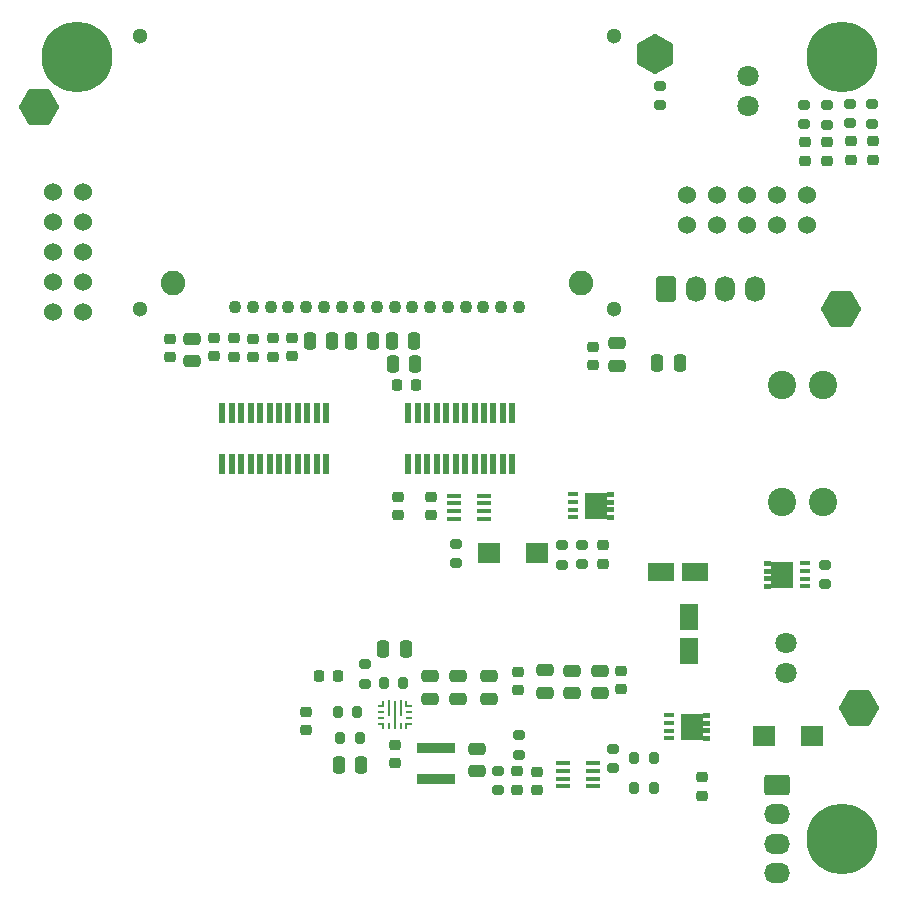
<source format=gbr>
%TF.GenerationSoftware,KiCad,Pcbnew,9.0.4*%
%TF.CreationDate,2025-10-13T22:12:45-05:00*%
%TF.ProjectId,PS-ChargerInterfacePCB,50532d43-6861-4726-9765-72496e746572,rev?*%
%TF.SameCoordinates,Original*%
%TF.FileFunction,Soldermask,Top*%
%TF.FilePolarity,Negative*%
%FSLAX46Y46*%
G04 Gerber Fmt 4.6, Leading zero omitted, Abs format (unit mm)*
G04 Created by KiCad (PCBNEW 9.0.4) date 2025-10-13 22:12:45*
%MOMM*%
%LPD*%
G01*
G04 APERTURE LIST*
G04 Aperture macros list*
%AMRoundRect*
0 Rectangle with rounded corners*
0 $1 Rounding radius*
0 $2 $3 $4 $5 $6 $7 $8 $9 X,Y pos of 4 corners*
0 Add a 4 corners polygon primitive as box body*
4,1,4,$2,$3,$4,$5,$6,$7,$8,$9,$2,$3,0*
0 Add four circle primitives for the rounded corners*
1,1,$1+$1,$2,$3*
1,1,$1+$1,$4,$5*
1,1,$1+$1,$6,$7*
1,1,$1+$1,$8,$9*
0 Add four rect primitives between the rounded corners*
20,1,$1+$1,$2,$3,$4,$5,0*
20,1,$1+$1,$4,$5,$6,$7,0*
20,1,$1+$1,$6,$7,$8,$9,0*
20,1,$1+$1,$8,$9,$2,$3,0*%
%AMFreePoly0*
4,1,21,1.545000,0.775000,0.925000,0.775000,0.925000,0.525000,1.545000,0.525000,1.545000,0.125000,0.925000,0.125000,0.925000,-0.125000,1.545000,-0.125000,1.545000,-0.525000,0.925000,-0.525000,0.925000,-0.775000,1.545000,-0.775000,1.545000,-1.175000,0.925000,-1.175000,0.925000,-1.125000,-0.925000,-1.125000,-0.925000,1.125000,0.925000,1.125000,0.925000,1.175000,1.545000,1.175000,
1.545000,0.775000,1.545000,0.775000,$1*%
%AMFreePoly1*
4,1,7,1.500000,0.866025,1.500000,-0.866025,0.000000,-1.732051,-1.500000,-0.866025,-1.500000,0.866025,0.000000,1.732051,1.500000,0.866025,1.500000,0.866025,$1*%
G04 Aperture macros list end*
%ADD10R,2.184400X1.625600*%
%ADD11R,1.625600X2.184400*%
%ADD12R,0.550000X1.800000*%
%ADD13C,1.800000*%
%ADD14RoundRect,0.200000X-0.275000X0.200000X-0.275000X-0.200000X0.275000X-0.200000X0.275000X0.200000X0*%
%ADD15RoundRect,0.225000X-0.250000X0.225000X-0.250000X-0.225000X0.250000X-0.225000X0.250000X0.225000X0*%
%ADD16RoundRect,0.200000X0.200000X0.275000X-0.200000X0.275000X-0.200000X-0.275000X0.200000X-0.275000X0*%
%ADD17RoundRect,0.250000X0.250000X0.475000X-0.250000X0.475000X-0.250000X-0.475000X0.250000X-0.475000X0*%
%ADD18RoundRect,0.250000X-0.850000X-0.600000X0.850000X-0.600000X0.850000X0.600000X-0.850000X0.600000X0*%
%ADD19O,2.200000X1.700000*%
%ADD20C,3.400000*%
%ADD21C,6.000000*%
%ADD22RoundRect,0.225000X0.250000X-0.225000X0.250000X0.225000X-0.250000X0.225000X-0.250000X-0.225000X0*%
%ADD23C,1.524000*%
%ADD24RoundRect,0.218750X-0.256250X0.218750X-0.256250X-0.218750X0.256250X-0.218750X0.256250X0.218750X0*%
%ADD25RoundRect,0.100000X-0.315000X-0.100000X0.315000X-0.100000X0.315000X0.100000X-0.315000X0.100000X0*%
%ADD26FreePoly0,0.000000*%
%ADD27RoundRect,0.250000X0.475000X-0.250000X0.475000X0.250000X-0.475000X0.250000X-0.475000X-0.250000X0*%
%ADD28FreePoly1,270.000000*%
%ADD29RoundRect,0.225000X0.225000X0.250000X-0.225000X0.250000X-0.225000X-0.250000X0.225000X-0.250000X0*%
%ADD30FreePoly1,90.000000*%
%ADD31RoundRect,0.250000X-0.475000X0.250000X-0.475000X-0.250000X0.475000X-0.250000X0.475000X0.250000X0*%
%ADD32R,1.200000X0.450000*%
%ADD33C,2.400000*%
%ADD34RoundRect,0.200000X0.275000X-0.200000X0.275000X0.200000X-0.275000X0.200000X-0.275000X-0.200000X0*%
%ADD35C,1.100000*%
%ADD36C,2.085000*%
%ADD37C,1.300000*%
%ADD38RoundRect,0.100000X0.315000X0.100000X-0.315000X0.100000X-0.315000X-0.100000X0.315000X-0.100000X0*%
%ADD39FreePoly0,180.000000*%
%ADD40R,0.567408X0.203010*%
%ADD41R,0.203200X0.556120*%
%ADD42R,0.533400X0.254000*%
%ADD43R,0.570166X0.203210*%
%ADD44R,0.203200X0.556130*%
%ADD45R,0.254000X1.346200*%
%ADD46R,0.254000X2.409444*%
%ADD47R,0.203200X0.556132*%
%ADD48R,0.570166X0.203226*%
%ADD49R,0.570166X0.203224*%
%ADD50R,0.254000X0.533400*%
%ADD51R,1.970000X1.670000*%
%ADD52RoundRect,0.225000X-0.225000X-0.250000X0.225000X-0.250000X0.225000X0.250000X-0.225000X0.250000X0*%
%ADD53FreePoly1,180.000000*%
%ADD54RoundRect,0.250000X-0.250000X-0.475000X0.250000X-0.475000X0.250000X0.475000X-0.250000X0.475000X0*%
%ADD55R,3.251200X0.863600*%
%ADD56RoundRect,0.250000X0.600000X-0.850000X0.600000X0.850000X-0.600000X0.850000X-0.600000X-0.850000X0*%
%ADD57O,1.700000X2.200000*%
G04 APERTURE END LIST*
D10*
%TO.C,D1*%
X119900000Y-89000000D03*
X117029800Y-89000000D03*
%TD*%
D11*
%TO.C,D2*%
X119400000Y-95649300D03*
X119400000Y-92779100D03*
%TD*%
D12*
%TO.C,U1*%
X95663911Y-79850002D03*
X95663910Y-75550061D03*
X96463910Y-79850061D03*
X96463910Y-75550000D03*
X97263910Y-79850061D03*
X97263911Y-75550000D03*
X98063910Y-79850061D03*
X98063909Y-75550000D03*
X98863910Y-79850061D03*
X98863910Y-75550000D03*
X99663910Y-79850061D03*
X99663908Y-75550000D03*
X100463910Y-79850061D03*
X100463909Y-75550000D03*
X101263910Y-79850061D03*
X101263910Y-75550000D03*
X102063909Y-79850002D03*
X102063909Y-75550000D03*
X102863909Y-79850002D03*
X102863909Y-75550000D03*
X103663908Y-79850002D03*
X103663908Y-75550000D03*
X104463909Y-79850002D03*
X104463909Y-75550000D03*
X79909933Y-79800002D03*
X79909933Y-75500000D03*
X80709932Y-79800002D03*
X80709932Y-75500000D03*
X81509933Y-79800002D03*
X81509933Y-75500000D03*
X82309931Y-79800002D03*
X82309931Y-75500000D03*
X83109932Y-79800002D03*
X83109932Y-75500000D03*
X83909930Y-79800002D03*
X83909930Y-75500000D03*
X84709931Y-79800002D03*
X84709931Y-75500000D03*
X85509932Y-79800002D03*
X85509932Y-75500000D03*
X86309931Y-79800002D03*
X86309931Y-75500000D03*
X87109931Y-79800002D03*
X87109931Y-75500000D03*
X87909930Y-79800002D03*
X87909930Y-75500000D03*
X88709931Y-79800002D03*
X88709931Y-75500000D03*
%TD*%
D13*
%TO.C,J5*%
X124400000Y-47000000D03*
X124400000Y-49500000D03*
%TD*%
D14*
%TO.C,R15*%
X134950000Y-49362500D03*
X134950000Y-51012500D03*
%TD*%
D15*
%TO.C,C15*%
X120500000Y-106375000D03*
X120500000Y-107925000D03*
%TD*%
D16*
%TO.C,R9*%
X91325000Y-100800000D03*
X89675000Y-100800000D03*
%TD*%
D17*
%TO.C,C26*%
X96250000Y-71400000D03*
X94350000Y-71400000D03*
%TD*%
D18*
%TO.C,J1*%
X126900000Y-107000000D03*
D19*
X126900000Y-109500000D03*
X126900000Y-112000000D03*
X126900000Y-114500000D03*
%TD*%
D20*
%TO.C,H1*%
X67600000Y-45400000D03*
D21*
X67600000Y-45400000D03*
%TD*%
D22*
%TO.C,C4*%
X87000000Y-102375000D03*
X87000000Y-100825000D03*
%TD*%
%TO.C,C23*%
X113690770Y-98875000D03*
X113690770Y-97325000D03*
%TD*%
D23*
%TO.C,J2*%
X119260000Y-57060000D03*
X119260000Y-59600000D03*
X121800000Y-57060000D03*
X121800000Y-59600000D03*
X124340000Y-57060000D03*
X124340000Y-59600000D03*
X126880000Y-57060000D03*
X126880000Y-59600000D03*
X129420000Y-57060000D03*
X129420000Y-59600000D03*
%TD*%
D24*
%TO.C,D6*%
X129200000Y-52612500D03*
X129200000Y-54187500D03*
%TD*%
D25*
%TO.C,Q1*%
X117760000Y-101125000D03*
X117760000Y-101775000D03*
X117760000Y-102425000D03*
X117760000Y-103075000D03*
D26*
X119700000Y-102100000D03*
%TD*%
D27*
%TO.C,C12*%
X109550000Y-99250000D03*
X109550000Y-97350000D03*
%TD*%
D13*
%TO.C,J6*%
X127655000Y-95000000D03*
X127655000Y-97500000D03*
%TD*%
D20*
%TO.C,H2*%
X132400000Y-45400000D03*
D21*
X132400000Y-45400000D03*
%TD*%
D28*
%TO.C,TP_12V1*%
X133807222Y-100491359D03*
%TD*%
D29*
%TO.C,C27*%
X96283760Y-73134051D03*
X94733760Y-73134051D03*
%TD*%
D17*
%TO.C,C28*%
X89225000Y-69415000D03*
X87325000Y-69415000D03*
%TD*%
D28*
%TO.C,TP_GND1*%
X64400000Y-49600000D03*
%TD*%
D30*
%TO.C,TP_24V1*%
X132300000Y-66700000D03*
%TD*%
D16*
%TO.C,R12*%
X116430685Y-107284095D03*
X114780685Y-107284095D03*
%TD*%
D22*
%TO.C,C20*%
X111300000Y-71475000D03*
X111300000Y-69925000D03*
%TD*%
D31*
%TO.C,C8*%
X99900000Y-97800000D03*
X99900000Y-99700000D03*
%TD*%
D32*
%TO.C,IC3*%
X99550000Y-82525000D03*
X99550000Y-83175000D03*
X99550000Y-83825000D03*
X99550000Y-84475000D03*
X102050000Y-84475000D03*
X102050000Y-83825000D03*
X102050000Y-83175000D03*
X102050000Y-82525000D03*
%TD*%
D33*
%TO.C,U2*%
X130730100Y-83064670D03*
X127330100Y-83064670D03*
X130730100Y-73144670D03*
X127330100Y-73144670D03*
%TD*%
D34*
%TO.C,R11*%
X92000000Y-98425000D03*
X92000000Y-96775000D03*
%TD*%
D17*
%TO.C,C6*%
X95450000Y-95500000D03*
X93550000Y-95500000D03*
%TD*%
D22*
%TO.C,C16*%
X94800000Y-84175000D03*
X94800000Y-82625000D03*
%TD*%
%TO.C,C35*%
X79200000Y-70725000D03*
X79200000Y-69175000D03*
%TD*%
D23*
%TO.C,J4*%
X68140000Y-56840000D03*
X65600000Y-56840000D03*
X68140000Y-59380000D03*
X65600000Y-59380000D03*
X68140000Y-61920000D03*
X65600000Y-61920000D03*
X68140000Y-64460000D03*
X65600000Y-64460000D03*
X68140000Y-67000000D03*
X65600000Y-67000000D03*
%TD*%
D31*
%TO.C,C9*%
X97500000Y-97800000D03*
X97500000Y-99700000D03*
%TD*%
D35*
%TO.C,DS1*%
X81000000Y-66550000D03*
X82500000Y-66550000D03*
X84000000Y-66550000D03*
X85500000Y-66550000D03*
X87000000Y-66550000D03*
X88500000Y-66550000D03*
X90000000Y-66550000D03*
X91500000Y-66550000D03*
X93000000Y-66550000D03*
X94500000Y-66550000D03*
X96000000Y-66550000D03*
X97500000Y-66550000D03*
X99000000Y-66550000D03*
X100500000Y-66550000D03*
X102000000Y-66550000D03*
X103500000Y-66550000D03*
X105000000Y-66550000D03*
D36*
X75700000Y-64510000D03*
X110300000Y-64510000D03*
D37*
X72900000Y-66700000D03*
X113100000Y-66700000D03*
X113100000Y-43600000D03*
X72900000Y-43600000D03*
%TD*%
D31*
%TO.C,C24*%
X77330697Y-69245243D03*
X77330697Y-71145243D03*
%TD*%
D38*
%TO.C,Q3*%
X129263968Y-90187007D03*
X129263968Y-89537007D03*
X129263968Y-88887007D03*
X129263968Y-88237007D03*
D39*
X127323968Y-89212007D03*
%TD*%
D27*
%TO.C,C13*%
X107200000Y-99200000D03*
X107200000Y-97300000D03*
%TD*%
D15*
%TO.C,C11*%
X106541625Y-105884095D03*
X106541625Y-107434095D03*
%TD*%
D14*
%TO.C,R17*%
X131080000Y-49455000D03*
X131080000Y-51105000D03*
%TD*%
D22*
%TO.C,C31*%
X85775000Y-70715000D03*
X85775000Y-69165000D03*
%TD*%
D40*
%TO.C,IC1*%
X95682104Y-101823445D03*
D41*
X95500000Y-102000000D03*
D42*
X95690500Y-101323414D03*
X95690500Y-100823288D03*
D43*
X95683483Y-100309505D03*
D44*
X95500000Y-100133045D03*
D45*
X95003176Y-100528089D03*
D46*
X94503050Y-101073351D03*
D45*
X94002924Y-100528089D03*
D47*
X93517530Y-100133044D03*
D48*
X93334047Y-100309497D03*
D42*
X93315600Y-100823288D03*
X93315600Y-101323414D03*
D47*
X93502798Y-101999993D03*
D49*
X93319315Y-101823469D03*
D50*
X94002924Y-102011373D03*
X95003176Y-102011373D03*
%TD*%
D27*
%TO.C,C22*%
X111890770Y-99250000D03*
X111890770Y-97350000D03*
%TD*%
D24*
%TO.C,D3*%
X135000000Y-52525000D03*
X135000000Y-54100000D03*
%TD*%
D14*
%TO.C,R2*%
X99700000Y-86575000D03*
X99700000Y-88225000D03*
%TD*%
D51*
%TO.C,Z1*%
X106538403Y-87396426D03*
X102488403Y-87396426D03*
%TD*%
D31*
%TO.C,C1*%
X101499225Y-103970059D03*
X101499225Y-105870059D03*
%TD*%
D20*
%TO.C,H3*%
X132400000Y-111600000D03*
D21*
X132400000Y-111600000D03*
%TD*%
D17*
%TO.C,C30*%
X96164965Y-69405137D03*
X94264965Y-69405137D03*
%TD*%
D24*
%TO.C,D5*%
X131100000Y-52612500D03*
X131100000Y-54187500D03*
%TD*%
D52*
%TO.C,C3*%
X88125000Y-97800000D03*
X89675000Y-97800000D03*
%TD*%
D16*
%TO.C,R4*%
X116416625Y-104734095D03*
X114766625Y-104734095D03*
%TD*%
D22*
%TO.C,C5*%
X94500000Y-105175000D03*
X94500000Y-103625000D03*
%TD*%
D14*
%TO.C,R1*%
X108700000Y-86716865D03*
X108700000Y-88366865D03*
%TD*%
D15*
%TO.C,C21*%
X112100000Y-86725000D03*
X112100000Y-88275000D03*
%TD*%
D27*
%TO.C,C19*%
X113350000Y-71500000D03*
X113350000Y-69600000D03*
%TD*%
D15*
%TO.C,C17*%
X97600000Y-82625000D03*
X97600000Y-84175000D03*
%TD*%
D14*
%TO.C,R18*%
X129175000Y-49430000D03*
X129175000Y-51080000D03*
%TD*%
D53*
%TO.C,TP_3V1*%
X116500000Y-45100000D03*
%TD*%
D24*
%TO.C,D4*%
X133100000Y-52512500D03*
X133100000Y-54087500D03*
%TD*%
D54*
%TO.C,C2*%
X89750000Y-105300000D03*
X91650000Y-105300000D03*
%TD*%
D55*
%TO.C,L1*%
X98000000Y-103853800D03*
X98000000Y-106546200D03*
%TD*%
D54*
%TO.C,C29*%
X90792480Y-69414775D03*
X92692480Y-69414775D03*
%TD*%
D14*
%TO.C,R16*%
X133025000Y-49350000D03*
X133025000Y-51000000D03*
%TD*%
%TO.C,R7*%
X103241625Y-105809095D03*
X103241625Y-107459095D03*
%TD*%
D25*
%TO.C,Q2*%
X109580000Y-82399000D03*
X109580000Y-83049000D03*
X109580000Y-83699000D03*
X109580000Y-84349000D03*
D26*
X111520000Y-83374000D03*
%TD*%
D34*
%TO.C,R5*%
X112991625Y-105609095D03*
X112991625Y-103959095D03*
%TD*%
D22*
%TO.C,C10*%
X104841625Y-107409095D03*
X104841625Y-105859095D03*
%TD*%
D14*
%TO.C,R13*%
X110400000Y-86675000D03*
X110400000Y-88325000D03*
%TD*%
%TO.C,R6*%
X105041625Y-102809095D03*
X105041625Y-104459095D03*
%TD*%
D16*
%TO.C,R10*%
X95225000Y-98400000D03*
X93575000Y-98400000D03*
%TD*%
D22*
%TO.C,C32*%
X84200000Y-70740000D03*
X84200000Y-69190000D03*
%TD*%
D56*
%TO.C,J3*%
X117475000Y-65045000D03*
D57*
X119975000Y-65045000D03*
X122475000Y-65045000D03*
X124975000Y-65045000D03*
%TD*%
D51*
%TO.C,Z2*%
X125746504Y-102903878D03*
X129796504Y-102903878D03*
%TD*%
D15*
%TO.C,C25*%
X75500000Y-69225000D03*
X75500000Y-70775000D03*
%TD*%
D14*
%TO.C,R3*%
X117000000Y-47800000D03*
X117000000Y-49450000D03*
%TD*%
D22*
%TO.C,C34*%
X80900000Y-70750000D03*
X80900000Y-69200000D03*
%TD*%
%TO.C,C14*%
X104900000Y-98975000D03*
X104900000Y-97425000D03*
%TD*%
D31*
%TO.C,C7*%
X102500000Y-97800000D03*
X102500000Y-99700000D03*
%TD*%
D32*
%TO.C,IC2*%
X108791625Y-105184095D03*
X108791625Y-105834095D03*
X108791625Y-106484095D03*
X108791625Y-107134095D03*
X111291625Y-107134095D03*
X111291625Y-106484095D03*
X111291625Y-105834095D03*
X111291625Y-105184095D03*
%TD*%
D22*
%TO.C,C33*%
X82525000Y-70765000D03*
X82525000Y-69215000D03*
%TD*%
D16*
%TO.C,R8*%
X91525000Y-103000000D03*
X89875000Y-103000000D03*
%TD*%
D34*
%TO.C,R14*%
X130900000Y-90025000D03*
X130900000Y-88375000D03*
%TD*%
D54*
%TO.C,C18*%
X116750000Y-71325000D03*
X118650000Y-71325000D03*
%TD*%
M02*

</source>
